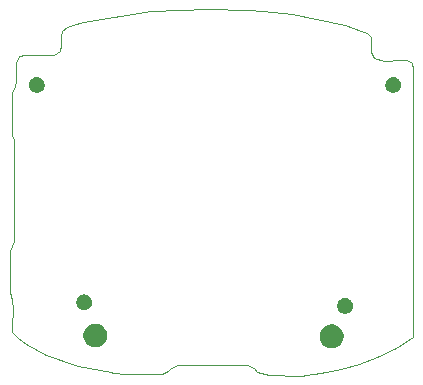
<source format=gbr>
G04*
G04 #@! TF.GenerationSoftware,Altium Limited,Altium Designer,24.6.1 (21)*
G04*
G04 Layer_Color=0*
%FSLAX44Y44*%
%MOMM*%
G71*
G04*
G04 #@! TF.SameCoordinates,46D9000B-954F-446C-B998-76B77EA3697B*
G04*
G04*
G04 #@! TF.FilePolarity,Positive*
G04*
G01*
G75*
%ADD93C,0.0254*%
G36*
X274283Y19628D02*
Y18977D01*
X274537Y17701D01*
X275035Y16500D01*
X275758Y15418D01*
X276677Y14498D01*
X277759Y13775D01*
X278961Y13278D01*
X280237Y13024D01*
X280887D01*
X281538D01*
X282813Y13278D01*
X284015Y13775D01*
X285097Y14498D01*
X286017Y15418D01*
X286740Y16500D01*
X287237Y17701D01*
X287491Y18977D01*
Y19628D01*
Y20278D01*
X287237Y21554D01*
X286740Y22756D01*
X286017Y23838D01*
X285097Y24757D01*
X284015Y25480D01*
X282813Y25978D01*
X281538Y26232D01*
X280887D01*
X280237D01*
X278961Y25978D01*
X277759Y25480D01*
X276677Y24757D01*
X275758Y23838D01*
X275035Y22756D01*
X274537Y21554D01*
X274283Y20278D01*
Y19628D01*
D01*
D02*
G37*
G36*
X53303Y22676D02*
Y22025D01*
X53557Y20749D01*
X54055Y19548D01*
X54777Y18466D01*
X55697Y17546D01*
X56779Y16823D01*
X57981Y16326D01*
X59257Y16072D01*
X59907D01*
X60558D01*
X61834Y16326D01*
X63035Y16823D01*
X64117Y17546D01*
X65037Y18466D01*
X65760Y19548D01*
X66257Y20749D01*
X66511Y22025D01*
Y22676D01*
Y23326D01*
X66257Y24602D01*
X65760Y25804D01*
X65037Y26886D01*
X64117Y27806D01*
X63035Y28528D01*
X61834Y29026D01*
X60558Y29280D01*
X59907D01*
X59257D01*
X57981Y29026D01*
X56779Y28528D01*
X55697Y27806D01*
X54777Y26886D01*
X54055Y25804D01*
X53557Y24602D01*
X53303Y23326D01*
Y22676D01*
D01*
D02*
G37*
G36*
X314974Y206745D02*
Y206095D01*
X315228Y204819D01*
X315726Y203617D01*
X316448Y202535D01*
X317368Y201616D01*
X318450Y200893D01*
X319652Y200395D01*
X320928Y200141D01*
X321578D01*
X322229D01*
X323504Y200395D01*
X324706Y200893D01*
X325788Y201616D01*
X326708Y202535D01*
X327431Y203617D01*
X327928Y204819D01*
X328182Y206095D01*
Y206745D01*
Y207396D01*
X327928Y208672D01*
X327431Y209874D01*
X326708Y210955D01*
X325788Y211875D01*
X324706Y212598D01*
X323504Y213096D01*
X322229Y213349D01*
X321578D01*
X320928D01*
X319652Y213096D01*
X318450Y212598D01*
X317368Y211875D01*
X316448Y210955D01*
X315726Y209874D01*
X315228Y208672D01*
X314974Y207396D01*
Y206745D01*
D01*
D02*
G37*
G36*
X13208Y206756D02*
Y206106D01*
X13462Y204830D01*
X13960Y203628D01*
X14682Y202546D01*
X15602Y201626D01*
X16684Y200904D01*
X17886Y200406D01*
X19162Y200152D01*
X19812D01*
X20462D01*
X21738Y200406D01*
X22940Y200904D01*
X24022Y201626D01*
X24942Y202546D01*
X25664Y203628D01*
X26162Y204830D01*
X26416Y206106D01*
Y206756D01*
Y207406D01*
X26162Y208682D01*
X25664Y209884D01*
X24942Y210966D01*
X24022Y211886D01*
X22940Y212608D01*
X21738Y213106D01*
X20462Y213360D01*
X19812D01*
X19162D01*
X17886Y213106D01*
X16684Y212608D01*
X15602Y211886D01*
X14682Y210966D01*
X13960Y209884D01*
X13462Y208682D01*
X13208Y207406D01*
Y206756D01*
D01*
D02*
G37*
G36*
X59294Y-5334D02*
Y-6324D01*
X59680Y-8265D01*
X60437Y-10094D01*
X61537Y-11739D01*
X62937Y-13139D01*
X64582Y-14239D01*
X66411Y-14996D01*
X68352Y-15382D01*
X69342D01*
X70332D01*
X72273Y-14996D01*
X74102Y-14239D01*
X75747Y-13139D01*
X77147Y-11739D01*
X78246Y-10094D01*
X79004Y-8265D01*
X79390Y-6324D01*
Y-5334D01*
Y-4344D01*
X79004Y-2403D01*
X78246Y-575D01*
X77147Y1071D01*
X75747Y2471D01*
X74102Y3571D01*
X72273Y4328D01*
X70332Y4714D01*
X69342D01*
X68352D01*
X66411Y4328D01*
X64582Y3571D01*
X62937Y2471D01*
X61537Y1071D01*
X60437Y-575D01*
X59680Y-2403D01*
X59294Y-4344D01*
Y-5334D01*
D01*
D02*
G37*
G36*
X259446Y-6096D02*
Y-7086D01*
X259832Y-9027D01*
X260590Y-10856D01*
X261689Y-12501D01*
X263089Y-13901D01*
X264734Y-15000D01*
X266563Y-15758D01*
X268504Y-16144D01*
X269494D01*
X270484D01*
X272425Y-15758D01*
X274254Y-15000D01*
X275899Y-13901D01*
X277299Y-12501D01*
X278398Y-10856D01*
X279156Y-9027D01*
X279542Y-7086D01*
Y-6096D01*
Y-5106D01*
X279156Y-3165D01*
X278398Y-1337D01*
X277299Y309D01*
X275899Y1709D01*
X274254Y2808D01*
X272425Y3566D01*
X270484Y3952D01*
X269494D01*
X268504D01*
X266563Y3566D01*
X264734Y2808D01*
X263089Y1709D01*
X261689Y309D01*
X260590Y-1337D01*
X259832Y-3165D01*
X259446Y-5106D01*
Y-6096D01*
D01*
D02*
G37*
G36*
X276051Y14915D02*
X274085Y19676D01*
X276051Y24423D01*
X280781Y26407D01*
X285511Y24437D01*
X287477Y19676D01*
X285511Y14915D01*
X280781Y12945D01*
X276051Y14915D01*
D02*
G37*
G36*
X262633Y-13155D02*
X259719Y-6150D01*
X262633Y856D01*
X269639Y3770D01*
X276644Y856D01*
X279558Y-6150D01*
X276644Y-13155D01*
X269639Y-16069D01*
X262633Y-13155D01*
D02*
G37*
G36*
D02*
X259719Y-6150D01*
X262633Y856D01*
X269639Y3770D01*
X276644Y856D01*
X279558Y-6150D01*
X276644Y-13155D01*
X269639Y-16069D01*
X262633Y-13155D01*
D02*
G37*
G36*
X55071Y17964D02*
X53105Y22724D01*
X55071Y27471D01*
X59801Y29455D01*
X64531Y27485D01*
X66497Y22724D01*
X64531Y17964D01*
X59801Y15993D01*
X55071Y17964D01*
D02*
G37*
G36*
X62254Y-12411D02*
X59340Y-5405D01*
X62254Y1600D01*
X69260Y4514D01*
X76266Y1600D01*
X79180Y-5405D01*
X76266Y-12411D01*
X69260Y-15325D01*
X62254Y-12411D01*
D02*
G37*
G36*
X15073Y201939D02*
X13107Y206699D01*
X15073Y211460D01*
X19803Y213431D01*
X24533Y211460D01*
X26499Y206699D01*
X24533Y201939D01*
X19803Y199968D01*
X15073Y201939D01*
D02*
G37*
G36*
X316775D02*
X314809Y206699D01*
X316775Y211460D01*
X321505Y213431D01*
X326234Y211460D01*
X328201Y206699D01*
X326234Y201939D01*
X321505Y199968D01*
X316775Y201939D01*
D02*
G37*
D93*
X-816Y-2040D02*
X4109Y-7531D01*
X10734Y-12704D01*
X27916Y-21879D01*
X54815Y-31086D01*
X82723Y-36653D01*
X84565Y-36936D01*
X96234Y-38327D01*
X125626Y-37964D01*
X127804Y-37578D01*
X131152Y-35306D01*
X133322Y-32756D01*
X139372Y-30311D01*
X164774Y-30311D01*
X197509D01*
X203461Y-33004D01*
X206153Y-36298D01*
X216144Y-38459D01*
X243352Y-39416D01*
X244876Y-39381D01*
X247320Y-39168D01*
X254158Y-38353D01*
X264503Y-36688D01*
X277504Y-33889D01*
X292278Y-29673D01*
X307972Y-23828D01*
X323702Y-16034D01*
X337944Y-6575D01*
X338334Y-6185D01*
X338440Y-5547D01*
Y15497D01*
X338439Y189730D01*
X338510Y220163D01*
X337518Y225406D01*
X337589Y225370D01*
X333014Y227850D01*
X327457Y227779D01*
X313498Y227390D01*
X305527Y229409D01*
X303029Y234338D01*
X302976Y240037D01*
X302622Y247690D01*
X299336Y250967D01*
X294721Y252649D01*
X281046Y257113D01*
X235628Y266998D01*
X211537Y269053D01*
X198916Y270160D01*
X165167Y271271D01*
X116466Y269067D01*
X58986Y260231D01*
X50342Y257574D01*
X45484Y255701D01*
X41450Y252579D01*
X40104Y247831D01*
X39962Y245954D01*
Y240392D01*
X39360Y235432D01*
X34098Y232040D01*
X27456Y231995D01*
X9459Y232208D01*
X4392Y231251D01*
X1877Y225547D01*
X2019Y209144D01*
X708Y202874D01*
X-780Y200642D01*
X-1347Y199614D01*
X-1418Y198799D01*
Y163939D01*
X141Y160290D01*
X495Y149591D01*
X495Y119052D01*
X601Y78629D01*
X389Y74484D01*
X-2658Y66052D01*
Y31368D01*
X-1205Y24991D01*
X-710Y17162D01*
X-1170Y1361D01*
X-816Y-2040D01*
M02*

</source>
